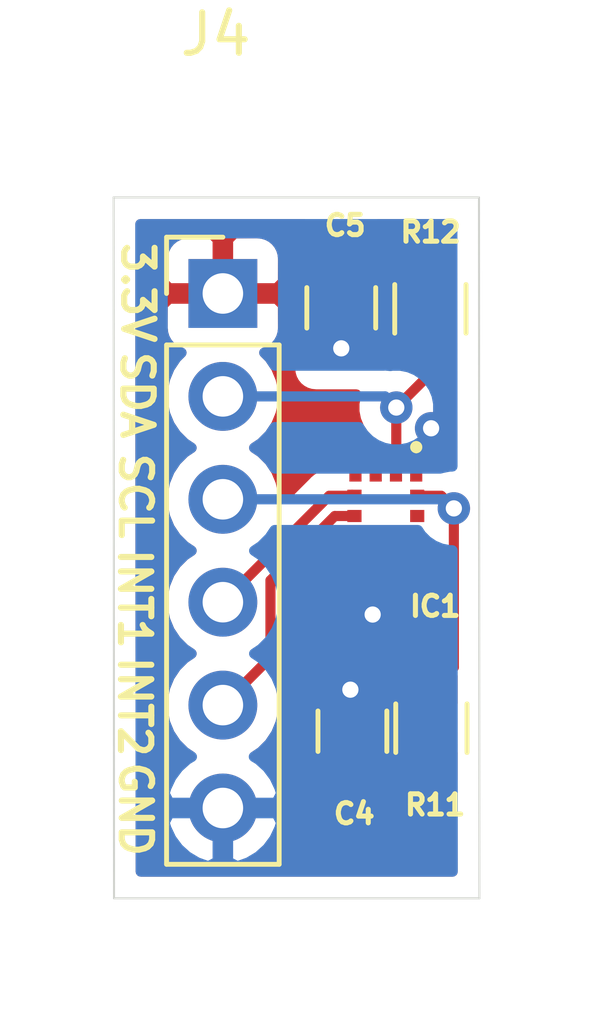
<source format=kicad_pcb>
(kicad_pcb (version 20171130) (host pcbnew "(5.1.7)-1")

  (general
    (thickness 1.6)
    (drawings 10)
    (tracks 41)
    (zones 0)
    (modules 6)
    (nets 7)
  )

  (page A4)
  (layers
    (0 F.Cu signal)
    (31 B.Cu signal)
    (32 B.Adhes user)
    (33 F.Adhes user)
    (34 B.Paste user)
    (35 F.Paste user)
    (36 B.SilkS user)
    (37 F.SilkS user)
    (38 B.Mask user)
    (39 F.Mask user)
    (40 Dwgs.User user)
    (41 Cmts.User user)
    (42 Eco1.User user)
    (43 Eco2.User user)
    (44 Edge.Cuts user)
    (45 Margin user)
    (46 B.CrtYd user)
    (47 F.CrtYd user)
    (48 B.Fab user)
    (49 F.Fab user hide)
  )

  (setup
    (last_trace_width 0.25)
    (trace_clearance 0.2)
    (zone_clearance 0.508)
    (zone_45_only no)
    (trace_min 0.2)
    (via_size 0.8)
    (via_drill 0.4)
    (via_min_size 0.4)
    (via_min_drill 0.3)
    (uvia_size 0.3)
    (uvia_drill 0.1)
    (uvias_allowed no)
    (uvia_min_size 0.2)
    (uvia_min_drill 0.1)
    (edge_width 0.05)
    (segment_width 0.2)
    (pcb_text_width 0.3)
    (pcb_text_size 1.5 1.5)
    (mod_edge_width 0.12)
    (mod_text_size 1 1)
    (mod_text_width 0.15)
    (pad_size 1.524 1.524)
    (pad_drill 0.762)
    (pad_to_mask_clearance 0.051)
    (solder_mask_min_width 0.25)
    (aux_axis_origin 0 0)
    (visible_elements 7FFFFFFF)
    (pcbplotparams
      (layerselection 0x010fc_ffffffff)
      (usegerberextensions false)
      (usegerberattributes false)
      (usegerberadvancedattributes false)
      (creategerberjobfile false)
      (excludeedgelayer true)
      (linewidth 0.100000)
      (plotframeref false)
      (viasonmask false)
      (mode 1)
      (useauxorigin false)
      (hpglpennumber 1)
      (hpglpenspeed 20)
      (hpglpendiameter 15.000000)
      (psnegative false)
      (psa4output false)
      (plotreference true)
      (plotvalue true)
      (plotinvisibletext false)
      (padsonsilk false)
      (subtractmaskfromsilk false)
      (outputformat 1)
      (mirror false)
      (drillshape 1)
      (scaleselection 1)
      (outputdirectory ""))
  )

  (net 0 "")
  (net 1 "(GND)")
  (net 2 +3.3)
  (net 3 I2C_SDA)
  (net 4 I2C_SCL)
  (net 5 XL_INT_1)
  (net 6 XL_INT_2)

  (net_class Default "This is the default net class."
    (clearance 0.2)
    (trace_width 0.25)
    (via_dia 0.8)
    (via_drill 0.4)
    (uvia_dia 0.3)
    (uvia_drill 0.1)
    (add_net "(GND)")
    (add_net +3.3)
    (add_net I2C_SCL)
    (add_net I2C_SDA)
    (add_net XL_INT_1)
    (add_net XL_INT_2)
  )

  (module Capacitors_SMD:C_0805 (layer F.Cu) (tedit 58AA8463) (tstamp 5EAF269A)
    (at 128.5 87.425 270)
    (descr "Capacitor SMD 0805, reflow soldering, AVX (see smccp.pdf)")
    (tags "capacitor 0805")
    (path /5EAFA5CD)
    (attr smd)
    (fp_text reference C5 (at -2.032 -0.09652) (layer F.SilkS)
      (effects (font (size 0.5 0.5) (thickness 0.125)))
    )
    (fp_text value 100nF (at 0 1.75 90) (layer F.Fab)
      (effects (font (size 1 1) (thickness 0.15)))
    )
    (fp_line (start 1.75 0.87) (end -1.75 0.87) (layer F.CrtYd) (width 0.05))
    (fp_line (start 1.75 0.87) (end 1.75 -0.88) (layer F.CrtYd) (width 0.05))
    (fp_line (start -1.75 -0.88) (end -1.75 0.87) (layer F.CrtYd) (width 0.05))
    (fp_line (start -1.75 -0.88) (end 1.75 -0.88) (layer F.CrtYd) (width 0.05))
    (fp_line (start -0.5 0.85) (end 0.5 0.85) (layer F.SilkS) (width 0.12))
    (fp_line (start 0.5 -0.85) (end -0.5 -0.85) (layer F.SilkS) (width 0.12))
    (fp_line (start -1 -0.62) (end 1 -0.62) (layer F.Fab) (width 0.1))
    (fp_line (start 1 -0.62) (end 1 0.62) (layer F.Fab) (width 0.1))
    (fp_line (start 1 0.62) (end -1 0.62) (layer F.Fab) (width 0.1))
    (fp_line (start -1 0.62) (end -1 -0.62) (layer F.Fab) (width 0.1))
    (fp_text user %R (at 0 -1.5 90) (layer F.Fab)
      (effects (font (size 1 1) (thickness 0.15)))
    )
    (pad 1 smd rect (at -1 0 270) (size 1 1.25) (layers F.Cu F.Paste F.Mask)
      (net 2 +3.3))
    (pad 2 smd rect (at 1 0 270) (size 1 1.25) (layers F.Cu F.Paste F.Mask)
      (net 1 "(GND)"))
    (model Capacitors_SMD.3dshapes/C_0805.wrl
      (at (xyz 0 0 0))
      (scale (xyz 1 1 1))
      (rotate (xyz 0 0 0))
    )
  )

  (module Pin_Headers:Pin_Header_Straight_1x06_Pitch2.54mm (layer F.Cu) (tedit 5862ED52) (tstamp 5EAF26D1)
    (at 125.577001 87.070601)
    (descr "Through hole straight pin header, 1x06, 2.54mm pitch, single row")
    (tags "Through hole pin header THT 1x06 2.54mm single row")
    (path /5D1D81D8)
    (fp_text reference J4 (at -0.177001 -6.395601) (layer F.SilkS)
      (effects (font (size 1 1) (thickness 0.15)))
    )
    (fp_text value Conn_01x06 (at 0 15.09) (layer F.Fab)
      (effects (font (size 1 1) (thickness 0.15)))
    )
    (fp_line (start 1.6 -1.6) (end -1.6 -1.6) (layer F.CrtYd) (width 0.05))
    (fp_line (start 1.6 14.3) (end 1.6 -1.6) (layer F.CrtYd) (width 0.05))
    (fp_line (start -1.6 14.3) (end 1.6 14.3) (layer F.CrtYd) (width 0.05))
    (fp_line (start -1.6 -1.6) (end -1.6 14.3) (layer F.CrtYd) (width 0.05))
    (fp_line (start -1.39 -1.39) (end 0 -1.39) (layer F.SilkS) (width 0.12))
    (fp_line (start -1.39 0) (end -1.39 -1.39) (layer F.SilkS) (width 0.12))
    (fp_line (start 1.39 1.27) (end -1.39 1.27) (layer F.SilkS) (width 0.12))
    (fp_line (start 1.39 14.09) (end 1.39 1.27) (layer F.SilkS) (width 0.12))
    (fp_line (start -1.39 14.09) (end 1.39 14.09) (layer F.SilkS) (width 0.12))
    (fp_line (start -1.39 1.27) (end -1.39 14.09) (layer F.SilkS) (width 0.12))
    (fp_line (start 1.27 -1.27) (end -1.27 -1.27) (layer F.Fab) (width 0.1))
    (fp_line (start 1.27 13.97) (end 1.27 -1.27) (layer F.Fab) (width 0.1))
    (fp_line (start -1.27 13.97) (end 1.27 13.97) (layer F.Fab) (width 0.1))
    (fp_line (start -1.27 -1.27) (end -1.27 13.97) (layer F.Fab) (width 0.1))
    (pad 1 thru_hole rect (at 0 0) (size 1.7 1.7) (drill 1) (layers *.Cu *.Mask)
      (net 2 +3.3))
    (pad 2 thru_hole oval (at 0 2.54) (size 1.7 1.7) (drill 1) (layers *.Cu *.Mask)
      (net 3 I2C_SDA))
    (pad 3 thru_hole oval (at 0 5.08) (size 1.7 1.7) (drill 1) (layers *.Cu *.Mask)
      (net 4 I2C_SCL))
    (pad 4 thru_hole oval (at 0 7.62) (size 1.7 1.7) (drill 1) (layers *.Cu *.Mask)
      (net 5 XL_INT_1))
    (pad 5 thru_hole oval (at 0 10.16) (size 1.7 1.7) (drill 1) (layers *.Cu *.Mask)
      (net 6 XL_INT_2))
    (pad 6 thru_hole oval (at 0 12.7) (size 1.7 1.7) (drill 1) (layers *.Cu *.Mask)
      (net 1 "(GND)"))
    (model Pin_Headers.3dshapes/Pin_Header_Straight_1x06_Pitch2.54mm.wrl
      (offset (xyz 0 -6.349999904632568 0))
      (scale (xyz 1 1 1))
      (rotate (xyz 0 0 90))
    )
  )

  (module SamacSys_Parts:BMA423 (layer F.Cu) (tedit 5EAF1FEA) (tstamp 5EAF2BF7)
    (at 129.60016 92.31332 180)
    (descr BMA423-1)
    (tags "Integrated Circuit")
    (path /5EAF31CD)
    (attr smd)
    (fp_text reference IC1 (at -1.2192 -2.47904) (layer F.SilkS)
      (effects (font (size 0.5 0.5) (thickness 0.125)))
    )
    (fp_text value BMA423 (at -9.53008 -2.04724 270) (layer F.SilkS) hide
      (effects (font (size 1.27 1.27) (thickness 0.254)))
    )
    (fp_line (start -1 -1) (end 1 -1) (layer F.Fab) (width 0.2))
    (fp_line (start 1 -1) (end 1 1) (layer F.Fab) (width 0.2))
    (fp_line (start 1 1) (end -1 1) (layer F.Fab) (width 0.2))
    (fp_line (start -1 1) (end -1 -1) (layer F.Fab) (width 0.2))
    (fp_line (start -2 -2) (end 2 -2) (layer F.CrtYd) (width 0.1))
    (fp_line (start 2 -2) (end 2 2.5) (layer F.CrtYd) (width 0.1))
    (fp_line (start 2 2.5) (end -2 2.5) (layer F.CrtYd) (width 0.1))
    (fp_line (start -2 2.5) (end -2 -2) (layer F.CrtYd) (width 0.1))
    (fp_line (start -0.75 1.4) (end -0.75 1.4) (layer F.SilkS) (width 0.2))
    (fp_line (start -0.75 1.5) (end -0.75 1.5) (layer F.SilkS) (width 0.2))
    (fp_line (start -0.75 1.4) (end -0.75 1.4) (layer F.SilkS) (width 0.2))
    (fp_arc (start -0.75 1.45) (end -0.75 1.4) (angle -180) (layer F.SilkS) (width 0.2))
    (fp_arc (start -0.75 1.45) (end -0.75 1.5) (angle -180) (layer F.SilkS) (width 0.2))
    (fp_arc (start -0.75 1.45) (end -0.75 1.4) (angle -180) (layer F.SilkS) (width 0.2))
    (fp_text user %R (at 0 0.25) (layer F.Fab)
      (effects (font (size 1.27 1.27) (thickness 0.254)))
    )
    (pad 12 smd rect (at -0.775 0.25 270) (size 0.3 0.35) (layers F.Cu F.Paste F.Mask)
      (net 4 I2C_SCL))
    (pad 11 smd rect (at -0.775 -0.25 270) (size 0.3 0.35) (layers F.Cu F.Paste F.Mask))
    (pad 10 smd rect (at -0.75 -0.775 180) (size 0.3 0.35) (layers F.Cu F.Paste F.Mask))
    (pad 9 smd rect (at -0.25 -0.775 180) (size 0.3 0.35) (layers F.Cu F.Paste F.Mask)
      (net 1 "(GND)"))
    (pad 8 smd rect (at 0.25 -0.775 180) (size 0.3 0.35) (layers F.Cu F.Paste F.Mask)
      (net 1 "(GND)"))
    (pad 7 smd rect (at 0.75 -0.775 180) (size 0.3 0.35) (layers F.Cu F.Paste F.Mask)
      (net 2 +3.3))
    (pad 6 smd rect (at 0.775 -0.25 270) (size 0.3 0.35) (layers F.Cu F.Paste F.Mask)
      (net 6 XL_INT_2))
    (pad 5 smd rect (at 0.775 0.25 270) (size 0.3 0.35) (layers F.Cu F.Paste F.Mask)
      (net 5 XL_INT_1))
    (pad 4 smd rect (at 0.75 0.775 180) (size 0.3 0.35) (layers F.Cu F.Paste F.Mask))
    (pad 3 smd rect (at 0.25 0.775 180) (size 0.3 0.35) (layers F.Cu F.Paste F.Mask)
      (net 2 +3.3))
    (pad 2 smd rect (at -0.25 0.775 180) (size 0.3 0.35) (layers F.Cu F.Paste F.Mask)
      (net 3 I2C_SDA))
    (pad 1 smd rect (at -0.75 0.775 180) (size 0.3 0.35) (layers F.Cu F.Paste F.Mask)
      (net 1 "(GND)"))
    (model C:\Users\dell\Documents\KiCad\SamacSys_Parts.3dshapes\BMA423.stp
      (at (xyz 0 0 0))
      (scale (xyz 1 1 1))
      (rotate (xyz 0 0 0))
    )
  )

  (module Capacitors_SMD:C_0805 (layer F.Cu) (tedit 58AA8463) (tstamp 5EAF2689)
    (at 128.775 97.875 90)
    (descr "Capacitor SMD 0805, reflow soldering, AVX (see smccp.pdf)")
    (tags "capacitor 0805")
    (path /5EAFF675)
    (attr smd)
    (fp_text reference C4 (at -2.03708 0.04572) (layer F.SilkS)
      (effects (font (size 0.5 0.5) (thickness 0.125)))
    )
    (fp_text value 100nF (at 0 1.75 90) (layer F.Fab)
      (effects (font (size 1 1) (thickness 0.15)))
    )
    (fp_line (start -1 0.62) (end -1 -0.62) (layer F.Fab) (width 0.1))
    (fp_line (start 1 0.62) (end -1 0.62) (layer F.Fab) (width 0.1))
    (fp_line (start 1 -0.62) (end 1 0.62) (layer F.Fab) (width 0.1))
    (fp_line (start -1 -0.62) (end 1 -0.62) (layer F.Fab) (width 0.1))
    (fp_line (start 0.5 -0.85) (end -0.5 -0.85) (layer F.SilkS) (width 0.12))
    (fp_line (start -0.5 0.85) (end 0.5 0.85) (layer F.SilkS) (width 0.12))
    (fp_line (start -1.75 -0.88) (end 1.75 -0.88) (layer F.CrtYd) (width 0.05))
    (fp_line (start -1.75 -0.88) (end -1.75 0.87) (layer F.CrtYd) (width 0.05))
    (fp_line (start 1.75 0.87) (end 1.75 -0.88) (layer F.CrtYd) (width 0.05))
    (fp_line (start 1.75 0.87) (end -1.75 0.87) (layer F.CrtYd) (width 0.05))
    (fp_text user %R (at 0 -1.5 90) (layer F.Fab)
      (effects (font (size 1 1) (thickness 0.15)))
    )
    (pad 2 smd rect (at 1 0 90) (size 1 1.25) (layers F.Cu F.Paste F.Mask)
      (net 1 "(GND)"))
    (pad 1 smd rect (at -1 0 90) (size 1 1.25) (layers F.Cu F.Paste F.Mask)
      (net 2 +3.3))
    (model Capacitors_SMD.3dshapes/C_0805.wrl
      (at (xyz 0 0 0))
      (scale (xyz 1 1 1))
      (rotate (xyz 0 0 0))
    )
  )

  (module Resistors_SMD:R_0805 (layer F.Cu) (tedit 58AADA8F) (tstamp 5EAF26E2)
    (at 130.725 97.8 90)
    (descr "Resistor SMD 0805, reflow soldering, Vishay (see dcrcw.pdf)")
    (tags "resistor 0805")
    (path /5D0B4A51)
    (attr smd)
    (fp_text reference R11 (at -1.89484 0.09144 180) (layer F.SilkS)
      (effects (font (size 0.5 0.5) (thickness 0.125)))
    )
    (fp_text value 10K (at 0 1.75 90) (layer F.Fab)
      (effects (font (size 1 1) (thickness 0.15)))
    )
    (fp_line (start 1.55 0.9) (end -1.55 0.9) (layer F.CrtYd) (width 0.05))
    (fp_line (start 1.55 0.9) (end 1.55 -0.9) (layer F.CrtYd) (width 0.05))
    (fp_line (start -1.55 -0.9) (end -1.55 0.9) (layer F.CrtYd) (width 0.05))
    (fp_line (start -1.55 -0.9) (end 1.55 -0.9) (layer F.CrtYd) (width 0.05))
    (fp_line (start -0.6 -0.88) (end 0.6 -0.88) (layer F.SilkS) (width 0.12))
    (fp_line (start 0.6 0.88) (end -0.6 0.88) (layer F.SilkS) (width 0.12))
    (fp_line (start -1 -0.62) (end 1 -0.62) (layer F.Fab) (width 0.1))
    (fp_line (start 1 -0.62) (end 1 0.62) (layer F.Fab) (width 0.1))
    (fp_line (start 1 0.62) (end -1 0.62) (layer F.Fab) (width 0.1))
    (fp_line (start -1 0.62) (end -1 -0.62) (layer F.Fab) (width 0.1))
    (fp_text user %R (at 0 -1.65 90) (layer F.Fab)
      (effects (font (size 1 1) (thickness 0.15)))
    )
    (pad 1 smd rect (at -0.95 0 90) (size 0.7 1.3) (layers F.Cu F.Paste F.Mask)
      (net 2 +3.3))
    (pad 2 smd rect (at 0.95 0 90) (size 0.7 1.3) (layers F.Cu F.Paste F.Mask)
      (net 4 I2C_SCL))
    (model Resistors_SMD.3dshapes/R_0805.wrl
      (at (xyz 0 0 0))
      (scale (xyz 1 1 1))
      (rotate (xyz 0 0 0))
    )
  )

  (module Resistors_SMD:R_0805 (layer F.Cu) (tedit 58AADA8F) (tstamp 5EAF26F3)
    (at 130.7 87.45 270)
    (descr "Resistor SMD 0805, reflow soldering, Vishay (see dcrcw.pdf)")
    (tags "resistor 0805")
    (path /5D0B4A79)
    (attr smd)
    (fp_text reference R12 (at -1.89484 -0.00508) (layer F.SilkS)
      (effects (font (size 0.5 0.5) (thickness 0.125)))
    )
    (fp_text value 10K (at 0 1.75 90) (layer F.Fab)
      (effects (font (size 1 1) (thickness 0.15)))
    )
    (fp_line (start -1 0.62) (end -1 -0.62) (layer F.Fab) (width 0.1))
    (fp_line (start 1 0.62) (end -1 0.62) (layer F.Fab) (width 0.1))
    (fp_line (start 1 -0.62) (end 1 0.62) (layer F.Fab) (width 0.1))
    (fp_line (start -1 -0.62) (end 1 -0.62) (layer F.Fab) (width 0.1))
    (fp_line (start 0.6 0.88) (end -0.6 0.88) (layer F.SilkS) (width 0.12))
    (fp_line (start -0.6 -0.88) (end 0.6 -0.88) (layer F.SilkS) (width 0.12))
    (fp_line (start -1.55 -0.9) (end 1.55 -0.9) (layer F.CrtYd) (width 0.05))
    (fp_line (start -1.55 -0.9) (end -1.55 0.9) (layer F.CrtYd) (width 0.05))
    (fp_line (start 1.55 0.9) (end 1.55 -0.9) (layer F.CrtYd) (width 0.05))
    (fp_line (start 1.55 0.9) (end -1.55 0.9) (layer F.CrtYd) (width 0.05))
    (fp_text user %R (at 0 -1.65 90) (layer F.Fab)
      (effects (font (size 1 1) (thickness 0.15)))
    )
    (pad 2 smd rect (at 0.95 0 270) (size 0.7 1.3) (layers F.Cu F.Paste F.Mask)
      (net 3 I2C_SDA))
    (pad 1 smd rect (at -0.95 0 270) (size 0.7 1.3) (layers F.Cu F.Paste F.Mask)
      (net 2 +3.3))
    (model Resistors_SMD.3dshapes/R_0805.wrl
      (at (xyz 0 0 0))
      (scale (xyz 1 1 1))
      (rotate (xyz 0 0 0))
    )
  )

  (gr_text GND (at 123.42 99.8 270) (layer F.SilkS) (tstamp 5D1D6239)
    (effects (font (size 0.75 0.75) (thickness 0.15)))
  )
  (gr_text INT2 (at 123.4 97.27 270) (layer F.SilkS) (tstamp 5D1D6236)
    (effects (font (size 0.75 0.75) (thickness 0.15)))
  )
  (gr_text INT1 (at 123.4 94.61 270) (layer F.SilkS) (tstamp 5D1D6233)
    (effects (font (size 0.75 0.75) (thickness 0.15)))
  )
  (gr_text SCL (at 123.42 92.07 270) (layer F.SilkS) (tstamp 5D1D6230)
    (effects (font (size 0.75 0.75) (thickness 0.15)))
  )
  (gr_text SDA (at 123.46 89.58 270) (layer F.SilkS) (tstamp 5D1D622D)
    (effects (font (size 0.75 0.75) (thickness 0.15)))
  )
  (gr_text 3.3V (at 123.48 87.05 270) (layer F.SilkS)
    (effects (font (size 0.75 0.75) (thickness 0.15)))
  )
  (gr_line (start 122.89 102) (end 122.88 84.7) (layer Edge.Cuts) (width 0.05))
  (gr_line (start 131.91 102) (end 122.89 102) (layer Edge.Cuts) (width 0.05))
  (gr_line (start 131.9 84.7) (end 131.91 102) (layer Edge.Cuts) (width 0.05))
  (gr_line (start 122.88 84.7) (end 131.9 84.7) (layer Edge.Cuts) (width 0.05) (tstamp 5FBC7D16))

  (via (at 129.27504 94.99556) (size 0.8) (drill 0.4) (layers F.Cu B.Cu) (net 1))
  (segment (start 129.35016 94.92044) (end 129.27504 94.99556) (width 0.25) (layer F.Cu) (net 1))
  (segment (start 129.35016 93.08832) (end 129.35016 94.92044) (width 0.25) (layer F.Cu) (net 1))
  (segment (start 129.75016 93.08832) (end 129.753 93.08548) (width 0.25) (layer F.Cu) (net 1))
  (segment (start 129.35016 93.08832) (end 129.75016 93.08832) (width 0.25) (layer F.Cu) (net 1))
  (segment (start 129.753 93.08548) (end 129.84908 93.08548) (width 0.25) (layer F.Cu) (net 1))
  (via (at 130.71776 90.39816) (size 0.8) (drill 0.4) (layers F.Cu B.Cu) (net 1))
  (segment (start 130.35016 91.30932) (end 130.35016 91.53832) (width 0.25) (layer F.Cu) (net 1))
  (segment (start 130.71776 90.39816) (end 130.35016 91.30932) (width 0.25) (layer F.Cu) (net 1))
  (via (at 128.725 96.85) (size 0.8) (drill 0.4) (layers F.Cu B.Cu) (net 1) (tstamp 5FBC81F9))
  (via (at 128.5 88.425) (size 0.8) (drill 0.4) (layers F.Cu B.Cu) (net 1) (tstamp 5FBC821A))
  (segment (start 128.85016 93.08832) (end 128.85016 94.16568) (width 0.25) (layer F.Cu) (net 2))
  (segment (start 128.85016 94.16568) (end 128.06092 94.95492) (width 0.25) (layer F.Cu) (net 2))
  (segment (start 129.325161 91.032481) (end 129.325161 91.560801) (width 0.25) (layer F.Cu) (net 2))
  (segment (start 129.233079 90.940399) (end 129.325161 91.032481) (width 0.25) (layer F.Cu) (net 2))
  (segment (start 128.32508 90.5404) (end 128.725079 90.940399) (width 0.25) (layer F.Cu) (net 2))
  (segment (start 128.725079 90.940399) (end 129.233079 90.940399) (width 0.25) (layer F.Cu) (net 2))
  (segment (start 129.325161 91.560801) (end 129.33092 91.56656) (width 0.25) (layer F.Cu) (net 2))
  (segment (start 129.85016 91.53832) (end 129.85016 91.03034) (width 0.25) (layer F.Cu) (net 3))
  (via (at 129.85852 89.886585) (size 0.8) (drill 0.4) (layers F.Cu B.Cu) (net 3))
  (segment (start 129.85852 89.886585) (end 129.85852 91.52664) (width 0.25) (layer F.Cu) (net 3))
  (segment (start 125.577001 89.610601) (end 126.089399 89.610601) (width 0.25) (layer B.Cu) (net 3))
  (segment (start 125.577001 89.610601) (end 125.577001 89.572999) (width 0.25) (layer B.Cu) (net 3))
  (segment (start 130.7 89.045105) (end 129.85852 89.886585) (width 0.25) (layer F.Cu) (net 3))
  (segment (start 130.7 88.4) (end 130.7 89.045105) (width 0.25) (layer F.Cu) (net 3))
  (segment (start 129.582536 89.610601) (end 129.85852 89.886585) (width 0.25) (layer B.Cu) (net 3))
  (segment (start 125.577001 89.610601) (end 129.582536 89.610601) (width 0.25) (layer B.Cu) (net 3))
  (via (at 131.279521 92.375203) (size 0.8) (drill 0.4) (layers F.Cu B.Cu) (net 4))
  (segment (start 130.967638 92.06332) (end 131.279521 92.375203) (width 0.25) (layer F.Cu) (net 4))
  (segment (start 130.37516 92.06332) (end 130.967638 92.06332) (width 0.25) (layer F.Cu) (net 4))
  (segment (start 131.054919 92.150601) (end 131.279521 92.375203) (width 0.25) (layer B.Cu) (net 4))
  (segment (start 125.577001 92.150601) (end 131.054919 92.150601) (width 0.25) (layer B.Cu) (net 4))
  (segment (start 131.279521 96.295479) (end 130.725 96.85) (width 0.25) (layer F.Cu) (net 4))
  (segment (start 131.279521 92.375203) (end 131.279521 96.295479) (width 0.25) (layer F.Cu) (net 4))
  (segment (start 128.766361 92.038321) (end 128.77212 92.04408) (width 0.25) (layer F.Cu) (net 5))
  (segment (start 128.204282 92.06332) (end 128.82516 92.06332) (width 0.25) (layer F.Cu) (net 5))
  (segment (start 125.577001 94.690601) (end 128.204282 92.06332) (width 0.25) (layer F.Cu) (net 5))
  (segment (start 126.752002 96.0556) (end 126.752002 94.15201) (width 0.25) (layer F.Cu) (net 6))
  (segment (start 125.577001 97.230601) (end 126.752002 96.0556) (width 0.25) (layer F.Cu) (net 6))
  (segment (start 128.340692 92.56332) (end 128.82516 92.56332) (width 0.25) (layer F.Cu) (net 6))
  (segment (start 126.752002 94.15201) (end 128.340692 92.56332) (width 0.25) (layer F.Cu) (net 6))

  (zone (net 2) (net_name +3.3) (layer F.Cu) (tstamp 0) (hatch edge 0.508)
    (connect_pads (clearance 0.508))
    (min_thickness 0.254)
    (fill yes (arc_segments 32) (thermal_gap 0.508) (thermal_bridge_width 0.508))
    (polygon
      (pts
        (xy 135.025 105.05) (xy 120.075 105.1) (xy 120.075 82.4) (xy 135.05 82.4)
      )
    )
    (filled_polygon
      (pts
        (xy 127.520506 85.394463) (xy 127.423815 85.473815) (xy 127.344463 85.570506) (xy 127.285498 85.68082) (xy 127.249188 85.800518)
        (xy 127.236928 85.925) (xy 127.24 86.13925) (xy 127.39875 86.298) (xy 128.373 86.298) (xy 128.373 86.278)
        (xy 128.627 86.278) (xy 128.627 86.298) (xy 129.49875 86.298) (xy 129.57375 86.373) (xy 130.573 86.373)
        (xy 130.573 85.67375) (xy 130.41425 85.515) (xy 130.05 85.511928) (xy 129.925518 85.524188) (xy 129.80582 85.560498)
        (xy 129.695506 85.619463) (xy 129.685913 85.627335) (xy 129.655537 85.570506) (xy 129.576185 85.473815) (xy 129.479494 85.394463)
        (xy 129.415019 85.36) (xy 131.240382 85.36) (xy 131.24047 85.512852) (xy 130.98575 85.515) (xy 130.827 85.67375)
        (xy 130.827 86.373) (xy 130.847 86.373) (xy 130.847 86.627) (xy 130.827 86.627) (xy 130.827 86.647)
        (xy 130.573 86.647) (xy 130.573 86.627) (xy 129.67625 86.627) (xy 129.60125 86.552) (xy 128.627 86.552)
        (xy 128.627 86.572) (xy 128.373 86.572) (xy 128.373 86.552) (xy 127.39875 86.552) (xy 127.24 86.71075)
        (xy 127.236928 86.925) (xy 127.249188 87.049482) (xy 127.285498 87.16918) (xy 127.344463 87.279494) (xy 127.423815 87.376185)
        (xy 127.483296 87.425) (xy 127.423815 87.473815) (xy 127.344463 87.570506) (xy 127.285498 87.68082) (xy 127.249188 87.800518)
        (xy 127.236928 87.925) (xy 127.236928 88.925) (xy 127.249188 89.049482) (xy 127.285498 89.16918) (xy 127.344463 89.279494)
        (xy 127.423815 89.376185) (xy 127.520506 89.455537) (xy 127.63082 89.514502) (xy 127.750518 89.550812) (xy 127.875 89.563072)
        (xy 128.872247 89.563072) (xy 128.863294 89.584687) (xy 128.82352 89.784646) (xy 128.82352 89.988524) (xy 128.863294 90.188483)
        (xy 128.941315 90.376841) (xy 129.054583 90.546359) (xy 129.09852 90.590296) (xy 129.098521 90.734935) (xy 129.00016 90.725248)
        (xy 128.70016 90.725248) (xy 128.575678 90.737508) (xy 128.45598 90.773818) (xy 128.345666 90.832783) (xy 128.248975 90.912135)
        (xy 128.169623 91.008826) (xy 128.110658 91.11914) (xy 128.074348 91.238838) (xy 128.067028 91.313161) (xy 128.055296 91.314317)
        (xy 127.912035 91.357774) (xy 127.780006 91.428346) (xy 127.780004 91.428347) (xy 127.780005 91.428347) (xy 127.693278 91.499521)
        (xy 127.693274 91.499525) (xy 127.664281 91.523319) (xy 127.640487 91.552312) (xy 127.062001 92.130798) (xy 127.062001 92.004341)
        (xy 127.004933 91.717443) (xy 126.892991 91.44719) (xy 126.730476 91.203969) (xy 126.523633 90.997126) (xy 126.349241 90.880601)
        (xy 126.523633 90.764076) (xy 126.730476 90.557233) (xy 126.892991 90.314012) (xy 127.004933 90.043759) (xy 127.062001 89.756861)
        (xy 127.062001 89.464341) (xy 127.004933 89.177443) (xy 126.892991 88.90719) (xy 126.730476 88.663969) (xy 126.598621 88.532114)
        (xy 126.671181 88.510103) (xy 126.781495 88.451138) (xy 126.878186 88.371786) (xy 126.957538 88.275095) (xy 127.016503 88.164781)
        (xy 127.052813 88.045083) (xy 127.065073 87.920601) (xy 127.062001 87.356351) (xy 126.903251 87.197601) (xy 125.704001 87.197601)
        (xy 125.704001 87.217601) (xy 125.450001 87.217601) (xy 125.450001 87.197601) (xy 124.250751 87.197601) (xy 124.092001 87.356351)
        (xy 124.088929 87.920601) (xy 124.101189 88.045083) (xy 124.137499 88.164781) (xy 124.196464 88.275095) (xy 124.275816 88.371786)
        (xy 124.372507 88.451138) (xy 124.482821 88.510103) (xy 124.555381 88.532114) (xy 124.423526 88.663969) (xy 124.261011 88.90719)
        (xy 124.149069 89.177443) (xy 124.092001 89.464341) (xy 124.092001 89.756861) (xy 124.149069 90.043759) (xy 124.261011 90.314012)
        (xy 124.423526 90.557233) (xy 124.630369 90.764076) (xy 124.804761 90.880601) (xy 124.630369 90.997126) (xy 124.423526 91.203969)
        (xy 124.261011 91.44719) (xy 124.149069 91.717443) (xy 124.092001 92.004341) (xy 124.092001 92.296861) (xy 124.149069 92.583759)
        (xy 124.261011 92.854012) (xy 124.423526 93.097233) (xy 124.630369 93.304076) (xy 124.804761 93.420601) (xy 124.630369 93.537126)
        (xy 124.423526 93.743969) (xy 124.261011 93.98719) (xy 124.149069 94.257443) (xy 124.092001 94.544341) (xy 124.092001 94.836861)
        (xy 124.149069 95.123759) (xy 124.261011 95.394012) (xy 124.423526 95.637233) (xy 124.630369 95.844076) (xy 124.804761 95.960601)
        (xy 124.630369 96.077126) (xy 124.423526 96.283969) (xy 124.261011 96.52719) (xy 124.149069 96.797443) (xy 124.092001 97.084341)
        (xy 124.092001 97.376861) (xy 124.149069 97.663759) (xy 124.261011 97.934012) (xy 124.423526 98.177233) (xy 124.630369 98.384076)
        (xy 124.804761 98.500601) (xy 124.630369 98.617126) (xy 124.423526 98.823969) (xy 124.261011 99.06719) (xy 124.149069 99.337443)
        (xy 124.092001 99.624341) (xy 124.092001 99.916861) (xy 124.149069 100.203759) (xy 124.261011 100.474012) (xy 124.423526 100.717233)
        (xy 124.630369 100.924076) (xy 124.87359 101.086591) (xy 125.143843 101.198533) (xy 125.430741 101.255601) (xy 125.723261 101.255601)
        (xy 126.010159 101.198533) (xy 126.280412 101.086591) (xy 126.523633 100.924076) (xy 126.730476 100.717233) (xy 126.892991 100.474012)
        (xy 127.004933 100.203759) (xy 127.062001 99.916861) (xy 127.062001 99.624341) (xy 127.012404 99.375) (xy 127.511928 99.375)
        (xy 127.524188 99.499482) (xy 127.560498 99.61918) (xy 127.619463 99.729494) (xy 127.698815 99.826185) (xy 127.795506 99.905537)
        (xy 127.90582 99.964502) (xy 128.025518 100.000812) (xy 128.15 100.013072) (xy 128.48925 100.01) (xy 128.648 99.85125)
        (xy 128.648 99.002) (xy 128.902 99.002) (xy 128.902 99.85125) (xy 129.06075 100.01) (xy 129.4 100.013072)
        (xy 129.524482 100.000812) (xy 129.64418 99.964502) (xy 129.754494 99.905537) (xy 129.851185 99.826185) (xy 129.930537 99.729494)
        (xy 129.935018 99.72111) (xy 129.950518 99.725812) (xy 130.075 99.738072) (xy 130.43925 99.735) (xy 130.598 99.57625)
        (xy 130.598 98.877) (xy 129.59875 98.877) (xy 129.47375 99.002) (xy 128.902 99.002) (xy 128.648 99.002)
        (xy 127.67375 99.002) (xy 127.515 99.16075) (xy 127.511928 99.375) (xy 127.012404 99.375) (xy 127.004933 99.337443)
        (xy 126.892991 99.06719) (xy 126.730476 98.823969) (xy 126.523633 98.617126) (xy 126.349241 98.500601) (xy 126.523633 98.384076)
        (xy 126.730476 98.177233) (xy 126.892991 97.934012) (xy 127.004933 97.663759) (xy 127.062001 97.376861) (xy 127.062001 97.084341)
        (xy 127.018211 96.864193) (xy 127.263006 96.619398) (xy 127.292003 96.595601) (xy 127.386976 96.479876) (xy 127.457548 96.347847)
        (xy 127.501005 96.204586) (xy 127.512002 96.092933) (xy 127.512002 96.092924) (xy 127.515678 96.055601) (xy 127.512002 96.018278)
        (xy 127.512002 94.466811) (xy 128.258342 93.720471) (xy 128.328758 93.782161) (xy 128.437115 93.844649) (xy 128.555581 93.884796)
        (xy 128.59016 93.888941) (xy 128.590161 94.216728) (xy 128.471103 94.335786) (xy 128.357835 94.505304) (xy 128.279814 94.693662)
        (xy 128.24004 94.893621) (xy 128.24004 95.097499) (xy 128.279814 95.297458) (xy 128.357835 95.485816) (xy 128.471103 95.655334)
        (xy 128.552697 95.736928) (xy 128.15 95.736928) (xy 128.025518 95.749188) (xy 127.90582 95.785498) (xy 127.795506 95.844463)
        (xy 127.698815 95.923815) (xy 127.619463 96.020506) (xy 127.560498 96.13082) (xy 127.524188 96.250518) (xy 127.511928 96.375)
        (xy 127.511928 97.375) (xy 127.524188 97.499482) (xy 127.560498 97.61918) (xy 127.619463 97.729494) (xy 127.698815 97.826185)
        (xy 127.758296 97.875) (xy 127.698815 97.923815) (xy 127.619463 98.020506) (xy 127.560498 98.13082) (xy 127.524188 98.250518)
        (xy 127.511928 98.375) (xy 127.515 98.58925) (xy 127.67375 98.748) (xy 128.648 98.748) (xy 128.648 98.728)
        (xy 128.902 98.728) (xy 128.902 98.748) (xy 129.87625 98.748) (xy 130.00125 98.623) (xy 130.598 98.623)
        (xy 130.598 98.603) (xy 130.852 98.603) (xy 130.852 98.623) (xy 130.872 98.623) (xy 130.872 98.877)
        (xy 130.852 98.877) (xy 130.852 99.57625) (xy 131.01075 99.735) (xy 131.248692 99.737007) (xy 131.249619 101.34)
        (xy 123.549618 101.34) (xy 123.540879 86.220601) (xy 124.088929 86.220601) (xy 124.092001 86.784851) (xy 124.250751 86.943601)
        (xy 125.450001 86.943601) (xy 125.450001 85.744351) (xy 125.704001 85.744351) (xy 125.704001 86.943601) (xy 126.903251 86.943601)
        (xy 127.062001 86.784851) (xy 127.065073 86.220601) (xy 127.052813 86.096119) (xy 127.016503 85.976421) (xy 126.957538 85.866107)
        (xy 126.878186 85.769416) (xy 126.781495 85.690064) (xy 126.671181 85.631099) (xy 126.551483 85.594789) (xy 126.427001 85.582529)
        (xy 125.862751 85.585601) (xy 125.704001 85.744351) (xy 125.450001 85.744351) (xy 125.291251 85.585601) (xy 124.727001 85.582529)
        (xy 124.602519 85.594789) (xy 124.482821 85.631099) (xy 124.372507 85.690064) (xy 124.275816 85.769416) (xy 124.196464 85.866107)
        (xy 124.137499 85.976421) (xy 124.101189 86.096119) (xy 124.088929 86.220601) (xy 123.540879 86.220601) (xy 123.540381 85.36)
        (xy 127.584981 85.36)
      )
    )
  )
  (zone (net 1) (net_name "(GND)") (layer B.Cu) (tstamp 0) (hatch edge 0.508)
    (connect_pads (clearance 0.508))
    (min_thickness 0.254)
    (fill yes (arc_segments 32) (thermal_gap 0.508) (thermal_bridge_width 0.508))
    (polygon
      (pts
        (xy 133.175 83.85) (xy 133.075 102.625) (xy 121.925 102.4) (xy 121.175 83.825)
      )
    )
    (filled_polygon
      (pts
        (xy 131.243839 91.340203) (xy 131.177582 91.340203) (xy 130.977623 91.379977) (xy 130.951975 91.390601) (xy 126.855179 91.390601)
        (xy 126.730476 91.203969) (xy 126.523633 90.997126) (xy 126.349241 90.880601) (xy 126.523633 90.764076) (xy 126.730476 90.557233)
        (xy 126.855179 90.370601) (xy 128.93873 90.370601) (xy 128.941315 90.376841) (xy 129.054583 90.546359) (xy 129.198746 90.690522)
        (xy 129.368264 90.80379) (xy 129.556622 90.881811) (xy 129.756581 90.921585) (xy 129.960459 90.921585) (xy 130.160418 90.881811)
        (xy 130.348776 90.80379) (xy 130.518294 90.690522) (xy 130.662457 90.546359) (xy 130.775725 90.376841) (xy 130.853746 90.188483)
        (xy 130.89352 89.988524) (xy 130.89352 89.784646) (xy 130.853746 89.584687) (xy 130.775725 89.396329) (xy 130.662457 89.226811)
        (xy 130.518294 89.082648) (xy 130.348776 88.96938) (xy 130.160418 88.891359) (xy 129.960459 88.851585) (xy 129.756581 88.851585)
        (xy 129.714614 88.859933) (xy 129.619869 88.850601) (xy 129.619858 88.850601) (xy 129.582536 88.846925) (xy 129.545214 88.850601)
        (xy 126.855179 88.850601) (xy 126.730476 88.663969) (xy 126.598621 88.532114) (xy 126.671181 88.510103) (xy 126.781495 88.451138)
        (xy 126.878186 88.371786) (xy 126.957538 88.275095) (xy 127.016503 88.164781) (xy 127.052813 88.045083) (xy 127.065073 87.920601)
        (xy 127.065073 86.220601) (xy 127.052813 86.096119) (xy 127.016503 85.976421) (xy 126.957538 85.866107) (xy 126.878186 85.769416)
        (xy 126.781495 85.690064) (xy 126.671181 85.631099) (xy 126.551483 85.594789) (xy 126.427001 85.582529) (xy 124.727001 85.582529)
        (xy 124.602519 85.594789) (xy 124.482821 85.631099) (xy 124.372507 85.690064) (xy 124.275816 85.769416) (xy 124.196464 85.866107)
        (xy 124.137499 85.976421) (xy 124.101189 86.096119) (xy 124.088929 86.220601) (xy 124.088929 87.920601) (xy 124.101189 88.045083)
        (xy 124.137499 88.164781) (xy 124.196464 88.275095) (xy 124.275816 88.371786) (xy 124.372507 88.451138) (xy 124.482821 88.510103)
        (xy 124.555381 88.532114) (xy 124.423526 88.663969) (xy 124.261011 88.90719) (xy 124.149069 89.177443) (xy 124.092001 89.464341)
        (xy 124.092001 89.756861) (xy 124.149069 90.043759) (xy 124.261011 90.314012) (xy 124.423526 90.557233) (xy 124.630369 90.764076)
        (xy 124.804761 90.880601) (xy 124.630369 90.997126) (xy 124.423526 91.203969) (xy 124.261011 91.44719) (xy 124.149069 91.717443)
        (xy 124.092001 92.004341) (xy 124.092001 92.296861) (xy 124.149069 92.583759) (xy 124.261011 92.854012) (xy 124.423526 93.097233)
        (xy 124.630369 93.304076) (xy 124.804761 93.420601) (xy 124.630369 93.537126) (xy 124.423526 93.743969) (xy 124.261011 93.98719)
        (xy 124.149069 94.257443) (xy 124.092001 94.544341) (xy 124.092001 94.836861) (xy 124.149069 95.123759) (xy 124.261011 95.394012)
        (xy 124.423526 95.637233) (xy 124.630369 95.844076) (xy 124.804761 95.960601) (xy 124.630369 96.077126) (xy 124.423526 96.283969)
        (xy 124.261011 96.52719) (xy 124.149069 96.797443) (xy 124.092001 97.084341) (xy 124.092001 97.376861) (xy 124.149069 97.663759)
        (xy 124.261011 97.934012) (xy 124.423526 98.177233) (xy 124.630369 98.384076) (xy 124.812535 98.505796) (xy 124.695646 98.575423)
        (xy 124.479413 98.770332) (xy 124.30536 99.003681) (xy 124.180176 99.266502) (xy 124.135525 99.413711) (xy 124.256846 99.643601)
        (xy 125.450001 99.643601) (xy 125.450001 99.623601) (xy 125.704001 99.623601) (xy 125.704001 99.643601) (xy 126.897156 99.643601)
        (xy 127.018477 99.413711) (xy 126.973826 99.266502) (xy 126.848642 99.003681) (xy 126.674589 98.770332) (xy 126.458356 98.575423)
        (xy 126.341467 98.505796) (xy 126.523633 98.384076) (xy 126.730476 98.177233) (xy 126.892991 97.934012) (xy 127.004933 97.663759)
        (xy 127.062001 97.376861) (xy 127.062001 97.084341) (xy 127.004933 96.797443) (xy 126.892991 96.52719) (xy 126.730476 96.283969)
        (xy 126.523633 96.077126) (xy 126.349241 95.960601) (xy 126.523633 95.844076) (xy 126.730476 95.637233) (xy 126.892991 95.394012)
        (xy 127.004933 95.123759) (xy 127.062001 94.836861) (xy 127.062001 94.544341) (xy 127.004933 94.257443) (xy 126.892991 93.98719)
        (xy 126.730476 93.743969) (xy 126.523633 93.537126) (xy 126.349241 93.420601) (xy 126.523633 93.304076) (xy 126.730476 93.097233)
        (xy 126.855179 92.910601) (xy 130.392479 92.910601) (xy 130.475584 93.034977) (xy 130.619747 93.17914) (xy 130.789265 93.292408)
        (xy 130.977623 93.370429) (xy 131.177582 93.410203) (xy 131.245035 93.410203) (xy 131.249619 101.34) (xy 123.549618 101.34)
        (xy 123.548918 100.127491) (xy 124.135525 100.127491) (xy 124.180176 100.2747) (xy 124.30536 100.537521) (xy 124.479413 100.77087)
        (xy 124.695646 100.965779) (xy 124.945749 101.114758) (xy 125.22011 101.212082) (xy 125.450001 101.091415) (xy 125.450001 99.897601)
        (xy 125.704001 99.897601) (xy 125.704001 101.091415) (xy 125.933892 101.212082) (xy 126.208253 101.114758) (xy 126.458356 100.965779)
        (xy 126.674589 100.77087) (xy 126.848642 100.537521) (xy 126.973826 100.2747) (xy 127.018477 100.127491) (xy 126.897156 99.897601)
        (xy 125.704001 99.897601) (xy 125.450001 99.897601) (xy 124.256846 99.897601) (xy 124.135525 100.127491) (xy 123.548918 100.127491)
        (xy 123.540381 85.36) (xy 131.240382 85.36)
      )
    )
  )
)

</source>
